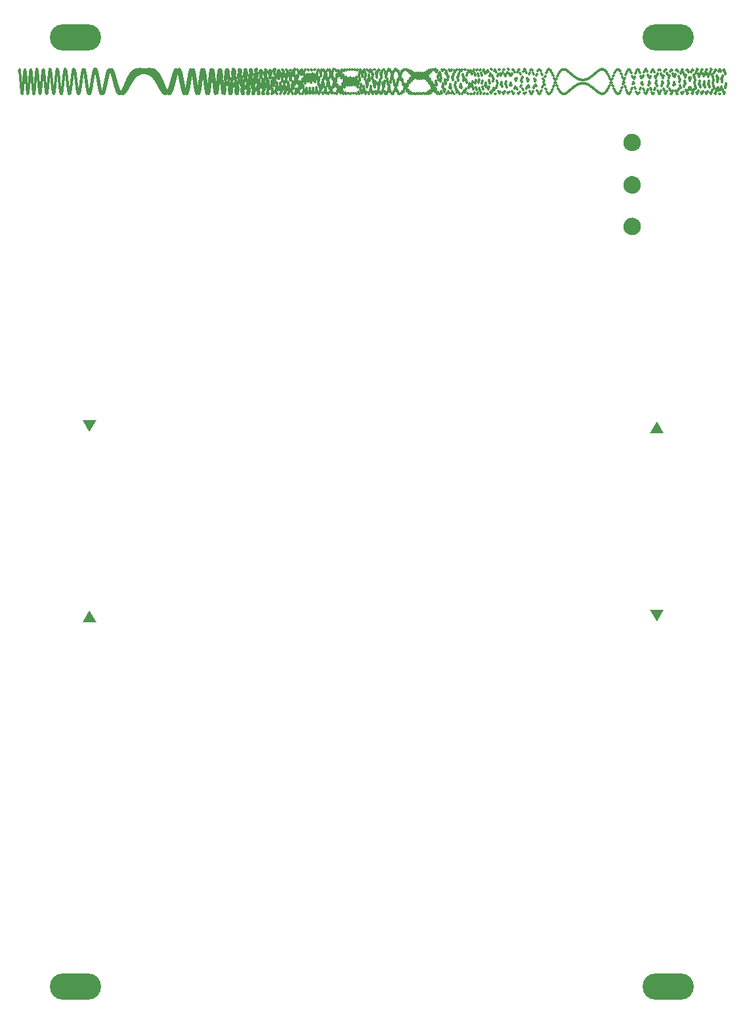
<source format=gts>
G04 Layer: TopSolderMaskLayer*
G04 EasyEDA v6.5.34, 2023-08-21 18:11:39*
G04 55fea8646dbd4ef485edb4a4bd6a11f4,5a6b42c53f6a479593ecc07194224c93,10*
G04 Gerber Generator version 0.2*
G04 Scale: 100 percent, Rotated: No, Reflected: No *
G04 Dimensions in millimeters *
G04 leading zeros omitted , absolute positions ,4 integer and 5 decimal *
%FSLAX45Y45*%
%MOMM*%

%ADD10C,0.3556*%
%ADD11O,6.6032126X3.4031936000000003*%

%LPD*%
G36*
X914400Y5183225D02*
G01*
X825500Y5030825D01*
X1003300Y5030825D01*
G37*
G36*
X825500Y7634325D02*
G01*
X914400Y7481925D01*
X1003300Y7634325D01*
G37*
G36*
X8233156Y7615834D02*
G01*
X8144256Y7463434D01*
X8322056Y7463434D01*
G37*
G36*
X8144256Y5190134D02*
G01*
X8233156Y5037734D01*
X8322056Y5190134D01*
G37*
G36*
X7912862Y10247274D02*
G01*
X7903209Y10246664D01*
X7893608Y10245191D01*
X7884159Y10242905D01*
X7874965Y10239857D01*
X7866075Y10235996D01*
X7857540Y10231374D01*
X7853425Y10228834D01*
X7845552Y10223144D01*
X7838236Y10216845D01*
X7831429Y10209885D01*
X7825282Y10202418D01*
X7819796Y10194391D01*
X7814970Y10185958D01*
X7810957Y10177170D01*
X7807655Y10168026D01*
X7805216Y10158679D01*
X7803540Y10149128D01*
X7802727Y10139426D01*
X7802727Y10129774D01*
X7803540Y10120071D01*
X7805216Y10110520D01*
X7807655Y10101173D01*
X7810957Y10092029D01*
X7814970Y10083241D01*
X7819796Y10074808D01*
X7825282Y10066782D01*
X7831429Y10059314D01*
X7838236Y10052354D01*
X7845552Y10046055D01*
X7853425Y10040366D01*
X7861757Y10035438D01*
X7870494Y10031171D01*
X7879537Y10027716D01*
X7888884Y10025024D01*
X7898384Y10023195D01*
X7908036Y10022128D01*
X7917738Y10021925D01*
X7927390Y10022535D01*
X7936992Y10024008D01*
X7946440Y10026294D01*
X7955635Y10029342D01*
X7964525Y10033203D01*
X7973059Y10037826D01*
X7977174Y10040366D01*
X7985048Y10046055D01*
X7992364Y10052354D01*
X7999171Y10059314D01*
X8005318Y10066782D01*
X8010804Y10074808D01*
X8015630Y10083241D01*
X8019643Y10092029D01*
X8022945Y10101173D01*
X8025384Y10110520D01*
X8027060Y10120071D01*
X8027873Y10129774D01*
X8028025Y10134600D01*
X8027568Y10144302D01*
X8026349Y10153904D01*
X8024266Y10163403D01*
X8021370Y10172649D01*
X8017713Y10181640D01*
X8013293Y10190226D01*
X8008162Y10198455D01*
X8002320Y10206228D01*
X7995869Y10213441D01*
X7988757Y10220045D01*
X7985048Y10223144D01*
X7977174Y10228834D01*
X7968843Y10233761D01*
X7960106Y10238028D01*
X7951063Y10241483D01*
X7941716Y10244175D01*
X7932216Y10246004D01*
X7922564Y10247071D01*
G37*
G36*
X7912862Y10782300D02*
G01*
X7903209Y10781690D01*
X7893608Y10780217D01*
X7884159Y10777931D01*
X7874965Y10774883D01*
X7866075Y10771022D01*
X7857540Y10766399D01*
X7849463Y10761065D01*
X7845552Y10758170D01*
X7838236Y10751820D01*
X7834731Y10748467D01*
X7828280Y10741253D01*
X7822438Y10733481D01*
X7817307Y10725251D01*
X7814970Y10720984D01*
X7810957Y10712196D01*
X7807655Y10703052D01*
X7805216Y10693704D01*
X7803540Y10684154D01*
X7802727Y10674451D01*
X7802727Y10664748D01*
X7803540Y10655096D01*
X7805216Y10645546D01*
X7807655Y10636199D01*
X7810957Y10627055D01*
X7814970Y10618216D01*
X7819796Y10609783D01*
X7825282Y10601807D01*
X7831429Y10594340D01*
X7838236Y10587380D01*
X7845552Y10581081D01*
X7853425Y10575391D01*
X7861757Y10570464D01*
X7870494Y10566196D01*
X7879537Y10562742D01*
X7888884Y10560050D01*
X7898384Y10558221D01*
X7908036Y10557154D01*
X7917738Y10556951D01*
X7927390Y10557560D01*
X7936992Y10559034D01*
X7946440Y10561320D01*
X7955635Y10564368D01*
X7964525Y10568228D01*
X7973059Y10572851D01*
X7977174Y10575391D01*
X7985048Y10581081D01*
X7992364Y10587380D01*
X7999171Y10594340D01*
X8005318Y10601807D01*
X8010804Y10609783D01*
X8015630Y10618216D01*
X8019643Y10627055D01*
X8022945Y10636199D01*
X8025384Y10645546D01*
X8027060Y10655096D01*
X8027873Y10664748D01*
X8028025Y10669625D01*
X8027568Y10679328D01*
X8026349Y10688929D01*
X8024266Y10698378D01*
X8022945Y10703052D01*
X8019643Y10712196D01*
X8015630Y10720984D01*
X8010804Y10729417D01*
X8005318Y10737443D01*
X7999171Y10744911D01*
X7995869Y10748467D01*
X7988757Y10755071D01*
X7985048Y10758170D01*
X7977174Y10763808D01*
X7968843Y10768787D01*
X7960106Y10773054D01*
X7951063Y10776508D01*
X7941716Y10779201D01*
X7932216Y10781030D01*
X7922564Y10782096D01*
G37*
G36*
X7912862Y11329974D02*
G01*
X7903209Y11329365D01*
X7898384Y11328755D01*
X7888884Y11326876D01*
X7884159Y11325656D01*
X7874965Y11322558D01*
X7866075Y11318697D01*
X7857540Y11314125D01*
X7849463Y11308791D01*
X7841843Y11302796D01*
X7834731Y11296142D01*
X7828280Y11288928D01*
X7822438Y11281206D01*
X7817307Y11272977D01*
X7814970Y11268710D01*
X7810957Y11259870D01*
X7807655Y11250777D01*
X7805216Y11241379D01*
X7803540Y11231829D01*
X7802727Y11222177D01*
X7802727Y11212474D01*
X7803540Y11202822D01*
X7804251Y11197996D01*
X7806334Y11188547D01*
X7807655Y11183874D01*
X7810957Y11174730D01*
X7814970Y11165941D01*
X7819796Y11157508D01*
X7825282Y11149533D01*
X7831429Y11142014D01*
X7838236Y11135106D01*
X7845552Y11128756D01*
X7853425Y11123117D01*
X7861757Y11118138D01*
X7870494Y11113922D01*
X7879537Y11110417D01*
X7888884Y11107775D01*
X7893608Y11106708D01*
X7903209Y11105286D01*
X7912862Y11104626D01*
X7917738Y11104626D01*
X7927390Y11105286D01*
X7936992Y11106708D01*
X7946440Y11108994D01*
X7951063Y11110417D01*
X7960106Y11113922D01*
X7968843Y11118138D01*
X7977174Y11123117D01*
X7985048Y11128756D01*
X7992364Y11135106D01*
X7999171Y11142014D01*
X8005318Y11149533D01*
X8010804Y11157508D01*
X8015630Y11165941D01*
X8019643Y11174730D01*
X8022945Y11183874D01*
X8025384Y11193272D01*
X8026349Y11197996D01*
X8027568Y11207648D01*
X8028025Y11217300D01*
X8027568Y11227003D01*
X8026349Y11236604D01*
X8024266Y11246104D01*
X8022945Y11250777D01*
X8019643Y11259870D01*
X8015630Y11268710D01*
X8010804Y11277142D01*
X8005318Y11285118D01*
X7999171Y11292586D01*
X7992364Y11299545D01*
X7985048Y11305844D01*
X7977174Y11311534D01*
X7968843Y11316512D01*
X7960106Y11320729D01*
X7951063Y11324183D01*
X7946440Y11325656D01*
X7936992Y11327892D01*
X7932216Y11328755D01*
X7922564Y11329771D01*
G37*
D10*
X254000Y12084850D02*
G01*
X262470Y11935414D01*
X1447800Y11979666D02*
G01*
X1456270Y12112396D01*
X9118600Y11922645D02*
G01*
X9127070Y11975528D01*
X9110129Y12135736D02*
G01*
X9118600Y12098053D01*
X9101670Y11843214D02*
G01*
X9110129Y11857111D01*
X9093200Y12147128D02*
G01*
X9101670Y12159978D01*
X9084729Y11902094D02*
G01*
X9093200Y11865744D01*
X9076270Y12031954D02*
G01*
X9084729Y12083211D01*
X9067800Y12046811D02*
G01*
X9076270Y11992513D01*
X9059329Y11890890D02*
G01*
X9067800Y11935848D01*
X9050870Y12152205D02*
G01*
X9059329Y12126650D01*
X9042400Y11844764D02*
G01*
X9050870Y11845373D01*
X9033929Y12129076D02*
G01*
X9042400Y12153272D01*
X9025470Y11931512D02*
G01*
X9033929Y11888198D01*
X9017000Y11998467D02*
G01*
X9025470Y12051078D01*
X9008529Y12076706D02*
G01*
X9017000Y12026546D01*
X9000070Y11870834D02*
G01*
X9008529Y11907553D01*
X8991600Y12158873D02*
G01*
X9000070Y12143475D01*
X8983129Y11851784D02*
G01*
X8991600Y11842755D01*
X8974670Y12111123D02*
G01*
X8983129Y12142335D01*
X8966200Y11955513D02*
G01*
X8974670Y11909107D01*
X8957729Y11974141D02*
G01*
X8966200Y12025609D01*
X8949270Y12096186D02*
G01*
X8957729Y12050674D01*
X8940800Y11859760D02*
G01*
X8949270Y11889729D01*
X8932329Y12160250D02*
G01*
X8940800Y12151946D01*
X8923870Y11859115D02*
G01*
X8932329Y11844276D01*
X8915400Y12097834D02*
G01*
X8923870Y12132437D01*
X8906929Y11971088D02*
G01*
X8915400Y11924146D01*
X8898470Y11959884D02*
G01*
X8906929Y12009338D01*
X8890000Y12106399D02*
G01*
X8898470Y12064608D01*
X8881529Y11854891D02*
G01*
X8890000Y11880601D01*
X8873070Y12159965D02*
G01*
X8881529Y12155332D01*
X8864600Y11863171D02*
G01*
X8873070Y11846054D01*
X8856129Y12092038D02*
G01*
X8864600Y12127179D01*
X8847670Y11976651D02*
G01*
X8856129Y11930694D01*
X8839200Y11955934D02*
G01*
X8847670Y12003465D01*
X8830729Y12108309D02*
G01*
X8839200Y12068553D01*
X8822270Y11854512D02*
G01*
X8830729Y11878835D01*
X8813800Y12159995D02*
G01*
X8822270Y12155617D01*
X8805329Y11862117D02*
G01*
X8813800Y11845975D01*
X8796870Y12095111D02*
G01*
X8805329Y12128400D01*
X8788400Y11971342D02*
G01*
X8796870Y11927469D01*
X8779929Y11962698D02*
G01*
X8788400Y12008718D01*
X8771470Y12101741D02*
G01*
X8779929Y12062233D01*
X8763000Y11858718D02*
G01*
X8771470Y11884441D01*
X8754529Y12160219D02*
G01*
X8763000Y12152845D01*
X8746070Y11856095D02*
G01*
X8754529Y11844027D01*
X8737600Y12107062D02*
G01*
X8746070Y12136089D01*
X8729129Y11954786D02*
G01*
X8737600Y11914299D01*
X8720670Y11981154D02*
G01*
X8729129Y12025647D01*
X8712200Y12085035D02*
G01*
X8720670Y12044530D01*
X8703729Y11869823D02*
G01*
X8712200Y11899216D01*
X8695270Y12157956D02*
G01*
X8703729Y12144672D01*
X8686800Y11847705D02*
G01*
X8695270Y11842800D01*
X8678329Y12125970D02*
G01*
X8686800Y12147941D01*
X8669870Y11927669D02*
G01*
X8678329Y11892668D01*
X8661400Y12012277D02*
G01*
X8669870Y12054128D01*
X8652929Y12055368D02*
G01*
X8661400Y12013839D01*
X8644470Y11892285D02*
G01*
X8652929Y11926526D01*
X8636000Y12147636D02*
G01*
X8644470Y12126267D01*
X8627529Y11842755D02*
G01*
X8636000Y11847921D01*
X8619070Y12146775D02*
G01*
X8627529Y12158395D01*
X8610600Y11893265D02*
G01*
X8619070Y11867014D01*
X8602129Y12055393D02*
G01*
X8610600Y12091807D01*
X8593670Y12010341D02*
G01*
X8602129Y11969737D01*
X8585200Y11931581D02*
G01*
X8593670Y11969879D01*
X8576729Y12121250D02*
G01*
X8585200Y12091230D01*
X8568270Y11850781D02*
G01*
X8576729Y11867995D01*
X8559800Y12159797D02*
G01*
X8568270Y12157819D01*
X8551329Y11859877D02*
G01*
X8559800Y11846562D01*
X8542870Y12105058D02*
G01*
X8551329Y12131377D01*
X8534400Y11951388D02*
G01*
X8542870Y11916227D01*
X8525929Y11990951D02*
G01*
X8534400Y12029567D01*
X8517470Y12070885D02*
G01*
X8525929Y12034545D01*
X8509000Y11883684D02*
G01*
X8517470Y11912483D01*
X8500529Y12150488D02*
G01*
X8509000Y12133249D01*
X8492070Y11842810D02*
G01*
X8500529Y11846234D01*
X8483600Y12147339D02*
G01*
X8492070Y12157961D01*
X8475129Y11888911D02*
G01*
X8483600Y11865985D01*
X8466670Y12065347D02*
G01*
X8475129Y12097171D01*
X8458200Y11994934D02*
G01*
X8466670Y11958749D01*
X8449729Y11950171D02*
G01*
X8458200Y11985724D01*
X8441270Y12103508D02*
G01*
X8449729Y12073371D01*
X8432800Y11862661D02*
G01*
X8441270Y11883491D01*
X8424329Y12158662D02*
G01*
X8432800Y12149714D01*
X8415870Y11846613D02*
G01*
X8424329Y11842750D01*
X8407400Y12134131D02*
G01*
X8415870Y12150054D01*
X8398929Y11907944D02*
G01*
X8407400Y11882213D01*
X8390470Y12044387D02*
G01*
X8398929Y12076473D01*
X8382000Y12014360D02*
G01*
X8390470Y11980044D01*
X8373529Y11934786D02*
G01*
X8382000Y11967065D01*
X8365070Y12113623D02*
G01*
X8373529Y12087280D01*
X8356600Y11857738D02*
G01*
X8365070Y11875101D01*
X8348129Y12159587D02*
G01*
X8356600Y12153074D01*
X8339670Y11847791D02*
G01*
X8348129Y11842904D01*
X8331200Y12132970D02*
G01*
X8339670Y12148449D01*
X8322729Y11907243D02*
G01*
X8331200Y11883186D01*
X8314270Y12048058D02*
G01*
X8322729Y12077793D01*
X8305800Y12007565D02*
G01*
X8314270Y11975609D01*
X8297329Y11943803D02*
G01*
X8305800Y11974395D01*
X8288870Y12104204D02*
G01*
X8297329Y12078276D01*
X8280400Y11865155D02*
G01*
X8288870Y11883720D01*
X8271929Y12156747D02*
G01*
X8280400Y12147344D01*
X8263470Y11843791D02*
G01*
X8271929Y11843245D01*
X8255000Y12145299D02*
G01*
X8263470Y12155500D01*
X8246529Y11886232D02*
G01*
X8255000Y11867642D01*
X8238070Y12076795D02*
G01*
X8246529Y12101705D01*
X8229600Y11973402D02*
G01*
X8238070Y11944802D01*
X8221129Y11979963D02*
G01*
X8229600Y12009363D01*
X8212670Y12070245D02*
G01*
X8221129Y12042899D01*
X8204200Y11892434D02*
G01*
X8212670Y11915167D01*
X8195729Y12140344D02*
G01*
X8204200Y12124245D01*
X8187270Y11845955D02*
G01*
X8195729Y11854091D01*
X8178800Y12159432D02*
G01*
X8187270Y12159790D01*
X8170329Y11855394D02*
G01*
X8178800Y11846786D01*
X8161870Y12122924D02*
G01*
X8170329Y12138812D01*
X8153400Y11915155D02*
G01*
X8161870Y11893562D01*
X8144929Y12045627D02*
G01*
X8153400Y12070915D01*
X8136470Y12002988D02*
G01*
X8144929Y11976229D01*
X8128000Y11954873D02*
G01*
X8136470Y11980837D01*
X8119529Y12089091D02*
G01*
X8128000Y12066015D01*
X8111070Y11880316D02*
G01*
X8119529Y11898729D01*
X8102600Y12146409D02*
G01*
X8111070Y12133994D01*
X8094129Y11844337D02*
G01*
X8102600Y11849955D01*
X8085670Y12158799D02*
G01*
X8094129Y12160206D01*
X8077200Y11855889D02*
G01*
X8085670Y11847766D01*
X8068729Y12124766D02*
G01*
X8077200Y12138817D01*
X8060270Y11909318D02*
G01*
X8068729Y11890535D01*
X8051800Y12056300D02*
G01*
X8060270Y12078337D01*
X8043329Y11987578D02*
G01*
X8051800Y11963928D01*
X8034870Y11973961D02*
G01*
X8043329Y11997550D01*
X8026400Y12068268D02*
G01*
X8034870Y12046315D01*
X8017929Y11900291D02*
G01*
X8026400Y11919191D01*
X8009470Y12130260D02*
G01*
X8017929Y12115538D01*
X8001000Y11853638D02*
G01*
X8009470Y11863382D01*
X7992529Y12159053D02*
G01*
X8001000Y12154743D01*
X7984070Y11843971D02*
G01*
X7992529Y11842767D01*
X7975600Y12149571D02*
G01*
X7984070Y12156033D01*
X7967129Y11871467D02*
G01*
X7975600Y11860298D01*
X7958670Y12106214D02*
G01*
X7967129Y12121281D01*
X7950200Y11927725D02*
G01*
X7958670Y11909734D01*
X7941729Y12040615D02*
G01*
X7950200Y12060430D01*
X7933270Y11998772D02*
G01*
X7941729Y11978264D01*
X7924800Y11968093D02*
G01*
X7933270Y11988185D01*
X7916329Y12068919D02*
G01*
X7924800Y12050260D01*
X7907870Y11903849D02*
G01*
X7916329Y11920176D01*
X7899400Y12124245D02*
G01*
X7907870Y12110956D01*
X7890929Y11859834D02*
G01*
X7899400Y11869557D01*
X7882470Y12155233D02*
G01*
X7890929Y12149399D01*
X7874000Y11842866D02*
G01*
X7882470Y11844703D01*
X7865529Y12157905D02*
G01*
X7874000Y12160008D01*
X7857070Y11854073D02*
G01*
X7865529Y11848299D01*
X7848600Y12133821D02*
G01*
X7857070Y12142881D01*
X7840129Y11889536D02*
G01*
X7848600Y11877713D01*
X7831670Y12088873D02*
G01*
X7840129Y12102876D01*
X7823200Y11941789D02*
G01*
X7831670Y11926255D01*
X7814729Y12031657D02*
G01*
X7823200Y12048058D01*
X7806270Y12001606D02*
G01*
X7814729Y11984987D01*
X7797800Y11971566D02*
G01*
X7806270Y11987794D01*
X7789329Y12059785D02*
G01*
X7797800Y12044512D01*
X7780870Y11917250D02*
G01*
X7789329Y11931091D01*
X7772400Y12108555D02*
G01*
X7780870Y12096544D01*
X7763929Y11875386D02*
G01*
X7772400Y11885272D01*
X7755470Y12142482D02*
G01*
X7763929Y12134936D01*
X7747000Y11850093D02*
G01*
X7755470Y11855195D01*
X7738529Y12158786D02*
G01*
X7747000Y12156163D01*
X7730070Y11842823D02*
G01*
X7738529Y11843029D01*
X7721600Y12157247D02*
G01*
X7730070Y12159350D01*
X7713129Y11852691D02*
G01*
X7721600Y11848467D01*
X7704670Y12139742D02*
G01*
X7713129Y12145868D01*
X7696200Y11876986D02*
G01*
X7704670Y11869221D01*
X7687729Y12109617D02*
G01*
X7696200Y12118738D01*
X7679270Y11911906D02*
G01*
X7687729Y11901716D01*
X7670800Y12070984D02*
G01*
X7679270Y12081941D01*
X7662329Y11953173D02*
G01*
X7670800Y11941733D01*
X7653870Y12028121D02*
G01*
X7662329Y12039780D01*
X7645400Y11996638D02*
G01*
X7653870Y11985023D01*
X7636929Y11984967D02*
G01*
X7645400Y11996315D01*
X7628470Y12038670D02*
G01*
X7636929Y12027786D01*
X7620000Y11944771D02*
G01*
X7628470Y11955028D01*
X7611529Y12076429D02*
G01*
X7620000Y12066935D01*
X7603070Y11909953D02*
G01*
X7611529Y11918571D01*
X7594600Y12107936D02*
G01*
X7603070Y12100265D01*
X7586129Y11882020D02*
G01*
X7594600Y11888693D01*
X7577670Y12132109D02*
G01*
X7586129Y12126460D01*
X7569200Y11861688D02*
G01*
X7577670Y11866313D01*
X7560729Y12148609D02*
G01*
X7569200Y12144994D01*
X7552270Y11848939D02*
G01*
X7560729Y11851586D01*
X7543800Y12157737D02*
G01*
X7552270Y12156015D01*
X7535329Y11843245D02*
G01*
X7543800Y11844101D01*
X7526870Y12160224D02*
G01*
X7535329Y12160163D01*
X7518400Y11843705D02*
G01*
X7526870Y11843047D01*
X7509929Y12157092D02*
G01*
X7518400Y12158395D01*
X7501470Y11849224D02*
G01*
X7509929Y11847357D01*
X7493000Y12149498D02*
G01*
X7501470Y12151847D01*
X7484529Y11858612D02*
G01*
X7493000Y11855846D01*
X7476070Y12138606D02*
G01*
X7484529Y12141708D01*
X7467600Y11870710D02*
G01*
X7476070Y11867354D01*
X7459129Y12125548D02*
G01*
X7467600Y12129101D01*
X7450670Y11884477D02*
G01*
X7459129Y11880789D01*
X7442200Y12111316D02*
G01*
X7450670Y12115081D01*
X7433729Y11898975D02*
G01*
X7442200Y11895180D01*
X7425270Y12096750D02*
G01*
X7433729Y12100519D01*
X7416800Y11913438D02*
G01*
X7425270Y11909722D01*
X7408329Y12082543D02*
G01*
X7416800Y12086158D01*
X7399870Y11927253D02*
G01*
X7408329Y11923763D01*
X7391400Y12069229D02*
G01*
X7399870Y12072571D01*
X7382929Y11939953D02*
G01*
X7391400Y11936790D01*
X7374470Y12057222D02*
G01*
X7382929Y12060194D01*
X7366000Y11951195D02*
G01*
X7374470Y11948436D01*
X7357529Y12046805D02*
G01*
X7366000Y12049348D01*
X7349070Y11960733D02*
G01*
X7357529Y11958426D01*
X7340600Y12038185D02*
G01*
X7349070Y12040250D01*
X7332129Y11968411D02*
G01*
X7340600Y11966592D01*
X7323670Y12031482D02*
G01*
X7332129Y12033051D01*
X7315200Y11974121D02*
G01*
X7323670Y11972808D01*
X7306729Y12026783D02*
G01*
X7315200Y12027837D01*
X7298270Y11977799D02*
G01*
X7306729Y11977004D01*
X7289800Y12024133D02*
G01*
X7298270Y12024667D01*
X7281329Y11979412D02*
G01*
X7289800Y11979137D01*
X7272870Y12023564D02*
G01*
X7281329Y12023575D01*
X7264400Y11978934D02*
G01*
X7272870Y11979188D01*
X7255929Y12025088D02*
G01*
X7264400Y12024580D01*
X7247470Y11976361D02*
G01*
X7255929Y11977128D01*
X7239000Y12028711D02*
G01*
X7247470Y12027682D01*
X7230529Y11971690D02*
G01*
X7239000Y11972980D01*
X7222070Y12034415D02*
G01*
X7230529Y12032871D01*
X7213600Y11964962D02*
G01*
X7222070Y11966755D01*
X7205129Y12042155D02*
G01*
X7213600Y12040120D01*
X7196670Y11956237D02*
G01*
X7205129Y11958513D01*
X7188200Y12051847D02*
G01*
X7196670Y12049340D01*
X7179729Y11945620D02*
G01*
X7188200Y11948337D01*
X7171270Y12063338D02*
G01*
X7179729Y12060417D01*
X7162800Y11933306D02*
G01*
X7171270Y11936417D01*
X7154329Y12076391D02*
G01*
X7162800Y12073117D01*
X7145870Y11919600D02*
G01*
X7154329Y11923019D01*
X7137400Y12090648D02*
G01*
X7145870Y12087125D01*
X7128929Y11904929D02*
G01*
X7137400Y11908525D01*
X7120470Y12105591D02*
G01*
X7128929Y12101959D01*
X7112000Y11889884D02*
G01*
X7120470Y11893499D01*
X7103529Y12120549D02*
G01*
X7112000Y12116991D01*
X7095070Y11875244D02*
G01*
X7103529Y11878680D01*
X7086600Y12134626D02*
G01*
X7095070Y12131377D01*
X7078129Y11861985D02*
G01*
X7086600Y11864987D01*
X7069670Y12146762D02*
G01*
X7078129Y12144095D01*
X7061200Y11851289D02*
G01*
X7069670Y11853552D01*
X7052729Y12155698D02*
G01*
X7061200Y12153917D01*
X7044270Y11844467D02*
G01*
X7052729Y11845670D01*
X7035800Y12160044D02*
G01*
X7044270Y12159493D01*
X7027329Y11842943D02*
G01*
X7035800Y11842750D01*
X7018870Y12158400D02*
G01*
X7027329Y12159411D01*
X7010400Y11848076D02*
G01*
X7018870Y11846179D01*
X7001929Y12149472D02*
G01*
X7010400Y12152325D01*
X6993470Y11861050D02*
G01*
X7001929Y11857197D01*
X6985000Y12132269D02*
G01*
X6993470Y12137151D01*
X6976529Y11882610D02*
G01*
X6985000Y11876689D01*
X6968070Y12106318D02*
G01*
X6976529Y12113270D01*
X6959600Y11912866D02*
G01*
X6968070Y11904929D01*
X6951129Y12071964D02*
G01*
X6959600Y12080806D01*
X6942670Y11950992D02*
G01*
X6951129Y11941342D01*
X6934200Y12030547D02*
G01*
X6942670Y12040859D01*
X6925729Y11995063D02*
G01*
X6934200Y11984266D01*
X6917270Y11984614D02*
G01*
X6925729Y11995678D01*
X6908800Y12041906D02*
G01*
X6917270Y12030831D01*
X6900329Y11937944D02*
G01*
X6908800Y11948759D01*
X6891870Y12087174D02*
G01*
X6900329Y12076943D01*
X6883400Y11895404D02*
G01*
X6891870Y11904736D01*
X6874929Y12125617D02*
G01*
X6883400Y12117504D01*
X6866470Y11862475D02*
G01*
X6874929Y11869036D01*
X6858000Y12151641D02*
G01*
X6866470Y12146948D01*
X6849529Y11844629D02*
G01*
X6858000Y11847189D01*
X6841070Y12160194D02*
G01*
X6849529Y12159983D01*
X6832600Y11846265D02*
G01*
X6841070Y11843976D01*
X6824129Y12147786D02*
G01*
X6832600Y12152647D01*
X6815670Y11869656D02*
G01*
X6824129Y11862259D01*
X6807200Y12113640D02*
G01*
X6815670Y12123440D01*
X6798729Y11913834D02*
G01*
X6807200Y11901909D01*
X6790270Y12060654D02*
G01*
X6798729Y12074331D01*
X6781800Y11973880D02*
G01*
X6790270Y11958960D01*
X6773329Y11995795D02*
G01*
X6781800Y12011360D01*
X6764870Y12040859D02*
G01*
X6773329Y12025350D01*
X6756400Y11929752D02*
G01*
X6764870Y11944456D01*
X6747929Y12102703D02*
G01*
X6756400Y12089582D01*
X6739470Y11875455D02*
G01*
X6747929Y11886232D01*
X6731000Y12146224D02*
G01*
X6739470Y12138477D01*
X6722529Y11845602D02*
G01*
X6731000Y11849737D01*
X6714070Y12160069D02*
G01*
X6722529Y12159945D01*
X6705600Y11849354D02*
G01*
X6714070Y11845262D01*
X6697129Y12138080D02*
G01*
X6705600Y12146333D01*
X6688670Y11889104D02*
G01*
X6697129Y11877017D01*
X6680200Y12082233D02*
G01*
X6688670Y12097550D01*
X6671729Y11958172D02*
G01*
X6680200Y11940491D01*
X6663270Y12003956D02*
G01*
X6671729Y12022881D01*
X6654800Y12040679D02*
G01*
X6663270Y12021784D01*
X6646329Y11922869D02*
G01*
X6654800Y11940374D01*
X6637870Y12114372D02*
G01*
X6646329Y12099620D01*
X6629400Y11862432D02*
G01*
X6637870Y11873179D01*
X6620929Y12156330D02*
G01*
X6629400Y12150600D01*
X6612470Y11843054D02*
G01*
X6620929Y11843115D01*
X6604000Y12150600D02*
G01*
X6612470Y12156447D01*
X6595529Y11874444D02*
G01*
X6604000Y11862953D01*
X6587070Y12095213D02*
G01*
X6595529Y12111553D01*
X6578600Y11949899D02*
G01*
X6587070Y11930001D01*
X6570129Y12005729D02*
G01*
X6578600Y12027494D01*
X6561670Y12045632D02*
G01*
X6570129Y12024004D01*
X6553200Y11912638D02*
G01*
X6561670Y11932020D01*
X6544729Y12126882D02*
G01*
X6553200Y12111751D01*
X6536270Y11851835D02*
G01*
X6544729Y11861004D01*
X6527800Y12160232D02*
G01*
X6536270Y12158184D01*
X6519329Y11850463D02*
G01*
X6527800Y11844914D01*
X6510870Y12128314D02*
G01*
X6519329Y12141113D01*
X6502400Y11913331D02*
G01*
X6510870Y11894479D01*
X6493929Y12040504D02*
G01*
X6502400Y12063455D01*
X6485470Y12016773D02*
G01*
X6493929Y11992310D01*
X6477000Y11933156D02*
G01*
X6485470Y11956244D01*
X6468529Y12115137D02*
G01*
X6477000Y12096328D01*
X6460070Y11856298D02*
G01*
X6468529Y11868317D01*
X6451600Y12160008D02*
G01*
X6460070Y12156554D01*
X6443129Y11850303D02*
G01*
X6451600Y11844467D01*
X6434670Y12125058D02*
G01*
X6443129Y12139686D01*
X6426200Y11922787D02*
G01*
X6434670Y11901109D01*
X6417729Y12023885D02*
G01*
X6426200Y12049770D01*
X6409270Y12039229D02*
G01*
X6417729Y12012736D01*
X6400800Y11908556D02*
G01*
X6409270Y11931774D01*
X6392329Y12136368D02*
G01*
X6400800Y12120003D01*
X6383870Y11844827D02*
G01*
X6392329Y11851617D01*
X6375400Y12155848D02*
G01*
X6383870Y12159957D01*
X6366929Y11873997D02*
G01*
X6375400Y11859313D01*
X6358470Y12081253D02*
G01*
X6366929Y12104408D01*
X6350000Y11983138D02*
G01*
X6358470Y11955114D01*
X6341529Y11954786D02*
G01*
X6350000Y11983057D01*
X6333070Y12105866D02*
G01*
X6341529Y12082238D01*
X6324600Y11857230D02*
G01*
X6333070Y11871926D01*
X6316129Y12160250D02*
G01*
X6324600Y12157379D01*
X6307670Y11857067D02*
G01*
X6316129Y11847271D01*
X6299200Y12104644D02*
G01*
X6307670Y12125622D01*
X6290729Y11959536D02*
G01*
X6299200Y11931086D01*
X6282270Y11973638D02*
G01*
X6290729Y12004240D01*
X6273800Y12094331D02*
G01*
X6282270Y12067573D01*
X6265329Y11861713D02*
G01*
X6273800Y11879138D01*
X6256870Y12160138D02*
G01*
X6265329Y12155858D01*
X6248400Y11856788D02*
G01*
X6256870Y11846699D01*
X6239929Y12101563D02*
G01*
X6248400Y12124240D01*
X6231470Y11968007D02*
G01*
X6239929Y11937337D01*
X6223000Y11960529D02*
G01*
X6231470Y11992632D01*
X6214529Y12108413D02*
G01*
X6223000Y12082053D01*
X6206070Y11852361D02*
G01*
X6214529Y11866834D01*
X6197600Y12158769D02*
G01*
X6206070Y12159823D01*
X6189129Y11872986D02*
G01*
X6197600Y11856280D01*
X6180670Y12070308D02*
G01*
X6189129Y12099030D01*
X6172200Y12009592D02*
G01*
X6180670Y11975597D01*
X6163729Y11917895D02*
G01*
X6172200Y11948845D01*
X6155270Y12140184D02*
G01*
X6163729Y12120178D01*
X6146800Y11842750D02*
G01*
X6155270Y11846433D01*
X6138329Y12139221D02*
G01*
X6146800Y12153198D01*
X6129870Y11921337D02*
G01*
X6138329Y11893016D01*
X6121400Y12002157D02*
G01*
X6129870Y12037504D01*
X6112929Y12081129D02*
G01*
X6121400Y12048281D01*
X6104470Y11863064D02*
G01*
X6112929Y11884197D01*
X6096000Y12160194D02*
G01*
X6104470Y12157001D01*
X6087529Y11867796D02*
G01*
X6096000Y11851746D01*
X6079070Y12071182D02*
G01*
X6087529Y12102205D01*
X6070600Y12016867D02*
G01*
X6079070Y11979747D01*
X6062129Y11905089D02*
G01*
X6070600Y11937255D01*
X6053670Y12150186D02*
G01*
X6062129Y12132909D01*
X6045200Y11846123D02*
G01*
X6053670Y11842836D01*
X6036729Y12114875D02*
G01*
X6045200Y12138111D01*
X6028270Y11966519D02*
G01*
X6036729Y11930359D01*
X6019800Y11946247D02*
G01*
X6028270Y11983857D01*
X6011329Y12129472D02*
G01*
X6019800Y12102777D01*
X6002870Y11842922D02*
G01*
X6011329Y11849564D01*
X5994400Y12137318D02*
G01*
X6002870Y12153379D01*
X5985929Y11935142D02*
G01*
X5994400Y11901457D01*
X5977470Y11974865D02*
G01*
X5985929Y12014758D01*
X5969000Y12112327D02*
G01*
X5977470Y12080242D01*
X5960529Y11845589D02*
G01*
X5969000Y11858190D01*
X5952070Y12146211D02*
G01*
X5960529Y12158047D01*
X5943600Y11921319D02*
G01*
X5952070Y11888942D01*
X5935129Y11986821D02*
G01*
X5943600Y12027992D01*
X5926670Y12106064D02*
G01*
X5935129Y12071586D01*
X5918200Y11846600D02*
G01*
X5926670Y11860999D01*
X5909729Y12146793D02*
G01*
X5918200Y12158477D01*
X5901270Y11923148D02*
G01*
X5909729Y11889531D01*
X5892800Y11981197D02*
G01*
X5901270Y12023656D01*
X5884329Y12112823D02*
G01*
X5892800Y12078624D01*
X5875870Y11844307D02*
G01*
X5884329Y11856013D01*
X5867400Y12139444D02*
G01*
X5875870Y12155525D01*
X5858929Y11941045D02*
G01*
X5867400Y11903496D01*
X5850470Y11958203D02*
G01*
X5858929Y12001505D01*
X5842000Y12130415D02*
G01*
X5850470Y12100062D01*
X5833529Y11842973D02*
G01*
X5842000Y11846806D01*
X5825070Y12119434D02*
G01*
X5833529Y12144281D01*
X5816600Y11977415D02*
G01*
X5825070Y11934601D01*
X5808129Y11920253D02*
G01*
X5816600Y11961761D01*
X5799670Y12151197D02*
G01*
X5808129Y12130217D01*
X5791200Y11852889D02*
G01*
X5799670Y11843158D01*
X5782729Y12078754D02*
G01*
X5791200Y12115081D01*
X5774270Y12032978D02*
G01*
X5782729Y11987062D01*
X5765800Y11875975D02*
G01*
X5774270Y11909300D01*
X5757329Y12159983D02*
G01*
X5765800Y12155858D01*
X5748870Y11888607D02*
G01*
X5757329Y11860999D01*
X5740400Y12011812D02*
G01*
X5748870Y12057725D01*
X5731929Y12099546D02*
G01*
X5740400Y12058469D01*
X5723470Y11845030D02*
G01*
X5731929Y11859963D01*
X5715000Y12135142D02*
G01*
X5723470Y12154570D01*
X5706529Y11961274D02*
G01*
X5715000Y11917225D01*
X5698070Y11926379D02*
G01*
X5706529Y11971845D01*
X5689600Y12151984D02*
G01*
X5698070Y12129703D01*
X5681129Y11857476D02*
G01*
X5689600Y11844009D01*
X5672670Y12059450D02*
G01*
X5681129Y12101741D01*
X5664200Y12062426D02*
G01*
X5672670Y12014596D01*
X5655729Y11855566D02*
G01*
X5664200Y11881899D01*
X5647270Y12149378D02*
G01*
X5655729Y12159983D01*
X5638800Y11937187D02*
G01*
X5647270Y11895261D01*
X5630329Y11944233D02*
G01*
X5638800Y11993346D01*
X5621870Y12147034D02*
G01*
X5630329Y12119775D01*
X5613400Y11854340D02*
G01*
X5621870Y11843072D01*
X5604929Y12061291D02*
G01*
X5613400Y12104804D01*
X5596470Y12066036D02*
G01*
X5604929Y12016506D01*
X5588000Y11851982D02*
G01*
X5596470Y11876900D01*
X5579529Y12142937D02*
G01*
X5588000Y12158601D01*
X5571070Y11957540D02*
G01*
X5579529Y11910651D01*
X5562600Y11919483D02*
G01*
X5571070Y11967994D01*
X5554129Y12157092D02*
G01*
X5562600Y12138347D01*
X5545670Y11873527D02*
G01*
X5554129Y11849831D01*
X5537200Y12017349D02*
G01*
X5545670Y12068398D01*
X5528729Y12108804D02*
G01*
X5537200Y12064156D01*
X5520270Y11842780D02*
G01*
X5528729Y11850794D01*
X5511800Y12103844D02*
G01*
X5520270Y12138433D01*
X5503329Y12026130D02*
G01*
X5511800Y11972223D01*
X5494870Y11866481D02*
G01*
X5503329Y11902412D01*
X5486400Y12152584D02*
G01*
X5494870Y12160163D01*
X5477929Y11941403D02*
G01*
X5486400Y11895137D01*
X5469470Y11927197D02*
G01*
X5477929Y11979412D01*
X5461000Y12156968D02*
G01*
X5469470Y12136610D01*
X5444070Y12001505D02*
G01*
X5452529Y12056275D01*
X5435600Y12125281D02*
G01*
X5444070Y12083188D01*
X5427129Y11846664D02*
G01*
X5435600Y11844144D01*
X5418670Y12069757D02*
G01*
X5427129Y12115528D01*
X5410200Y12072566D02*
G01*
X5418670Y12018248D01*
X5401729Y11845709D02*
G01*
X5410200Y11866438D01*
X5393270Y12120338D02*
G01*
X5401729Y12149886D01*
X5384800Y12013704D02*
G01*
X5393270Y11956689D01*
X5376329Y11867517D02*
G01*
X5384800Y11906697D01*
X5367870Y12149714D02*
G01*
X5376329Y12160250D01*
X5359400Y11959579D02*
G01*
X5367870Y11907334D01*
X5350929Y11902318D02*
G01*
X5359400Y11953750D01*
X5342470Y12160044D02*
G01*
X5350929Y12152195D01*
X5334000Y11916067D02*
G01*
X5342470Y11873240D01*
X5325529Y11941411D02*
G01*
X5334000Y11999236D01*
X5317070Y12156381D02*
G01*
X5325529Y12132810D01*
X5308600Y11884781D02*
G01*
X5317070Y11853367D01*
X5300129Y11978581D02*
G01*
X5308600Y12038266D01*
X5291670Y12144430D02*
G01*
X5300129Y12108601D01*
X5283200Y11864558D02*
G01*
X5291670Y11844505D01*
X5274729Y12010237D02*
G01*
X5283200Y12068868D01*
X5266270Y12129244D02*
G01*
X5274729Y12084527D01*
X5257800Y11852894D02*
G01*
X5266270Y11842805D01*
X5249329Y12034824D02*
G01*
X5257800Y12091045D01*
X5240870Y12114629D02*
G01*
X5249329Y12063884D01*
X5232400Y11847004D02*
G01*
X5240870Y11844746D01*
X5223929Y12052094D02*
G01*
X5232400Y12105792D01*
X5215470Y12103155D02*
G01*
X5223929Y12048561D01*
X5207000Y11844492D02*
G01*
X5215470Y11847573D01*
X5198529Y12062371D02*
G01*
X5207000Y12114324D01*
X5190070Y12096353D02*
G01*
X5198529Y12039518D01*
X5181600Y11843679D02*
G01*
X5190070Y11849460D01*
X5173129Y12066066D02*
G01*
X5181600Y12117616D01*
X5164670Y12094982D02*
G01*
X5173129Y12037156D01*
X5156200Y11843748D02*
G01*
X5164670Y11849491D01*
X5147729Y12063361D02*
G01*
X5156200Y12116092D01*
X5139270Y12099193D02*
G01*
X5147729Y12041571D01*
X5130800Y11844784D02*
G01*
X5139270Y11847649D01*
X5122329Y12054098D02*
G01*
X5130800Y12109531D01*
X5113870Y12108555D02*
G01*
X5122329Y12052622D01*
X5105400Y11847766D02*
G01*
X5113870Y11844820D01*
X5096929Y12037857D02*
G01*
X5105400Y12097115D01*
X5088470Y12121956D02*
G01*
X5096929Y12069787D01*
X5080000Y11854555D02*
G01*
X5088470Y11842818D01*
X5071529Y12014225D02*
G01*
X5080000Y12077618D01*
X5063070Y12137354D02*
G01*
X5071529Y12091880D01*
X5054600Y11867715D02*
G01*
X5063070Y11844431D01*
X5046129Y11983305D02*
G01*
X5054600Y12049856D01*
X5037670Y12151481D02*
G01*
X5046129Y12116600D01*
X5029200Y11890120D02*
G01*
X5037670Y11853255D01*
X5020729Y11946420D02*
G01*
X5029200Y12013331D01*
X5012270Y12159747D02*
G01*
X5020729Y12140046D01*
X5003800Y11924202D02*
G01*
X5012270Y11873260D01*
X4995329Y11906920D02*
G01*
X5003800Y11969211D01*
X4986870Y12156455D02*
G01*
X4995329Y12156567D01*
X4978400Y11970748D02*
G01*
X4986870Y11907799D01*
X4969929Y11870847D02*
G01*
X4978400Y11921418D01*
X4961470Y12135792D02*
G01*
X4969929Y12159046D01*
X4953000Y12027296D02*
G01*
X4961470Y11957979D01*
X4944529Y11846966D02*
G01*
X4953000Y11877408D01*
X4936070Y12093785D02*
G01*
X4944529Y12140313D01*
X4927600Y12086643D02*
G01*
X4936070Y12020610D01*
X4919129Y11845508D02*
G01*
X4927600Y11848089D01*
X4910670Y12031124D02*
G01*
X4919129Y12095800D01*
X4902200Y12136244D02*
G01*
X4910670Y12086338D01*
X4893729Y11875046D02*
G01*
X4902200Y11845851D01*
X4885270Y11956138D02*
G01*
X4893729Y12027265D01*
X4876800Y12159914D02*
G01*
X4885270Y12139345D01*
X4868329Y11937616D02*
G01*
X4876800Y11880166D01*
X4859870Y11886283D02*
G01*
X4868329Y11946333D01*
X4851400Y12142843D02*
G01*
X4859870Y12160237D01*
X4842929Y12023364D02*
G01*
X4851400Y11951251D01*
X4834470Y11845645D02*
G01*
X4842929Y11875411D01*
X4826000Y12079803D02*
G01*
X4834470Y12133249D01*
X4817529Y12108017D02*
G01*
X4826000Y12043971D01*
X4809070Y11856615D02*
G01*
X4817529Y11842910D01*
X4800600Y11983821D02*
G01*
X4809070Y12056833D01*
X4792129Y12157303D02*
G01*
X4800600Y12126719D01*
X4783670Y11926470D02*
G01*
X4792129Y11871195D01*
X4775200Y11889389D02*
G01*
X4783670Y11952759D01*
X4766729Y12141212D02*
G01*
X4775200Y12160211D01*
X4758270Y12034652D02*
G01*
X4766729Y11959983D01*
X4749800Y11843128D02*
G01*
X4758270Y11865780D01*
X4741329Y12054928D02*
G01*
X4749800Y12117697D01*
X4732870Y12131390D02*
G01*
X4741329Y12074649D01*
X4724400Y11879473D02*
G01*
X4732870Y11846346D01*
X4715929Y11934626D02*
G01*
X4724400Y12009028D01*
X4707470Y12157664D02*
G01*
X4715929Y12153013D01*
X4699000Y11990641D02*
G01*
X4707470Y11918025D01*
X4690529Y11850438D02*
G01*
X4699000Y11890809D01*
X4682070Y12084687D02*
G01*
X4690529Y12138378D01*
X4673600Y12113734D02*
G01*
X4682070Y12047761D01*
X4665129Y11866686D02*
G01*
X4673600Y11843085D01*
X4656670Y11949689D02*
G01*
X4665129Y12026793D01*
X4648200Y12159226D02*
G01*
X4656670Y12148908D01*
X4639729Y11985630D02*
G01*
X4648200Y11912450D01*
X4631270Y11850260D02*
G01*
X4639729Y11891540D01*
X4622800Y12079343D02*
G01*
X4631270Y12135998D01*
X4614329Y12121784D02*
G01*
X4622800Y12057428D01*
X4605870Y11876702D02*
G01*
X4614329Y11844909D01*
X4597400Y11928505D02*
G01*
X4605870Y12005431D01*
X4588929Y12153417D02*
G01*
X4597400Y12156777D01*
X4580470Y12019899D02*
G01*
X4588929Y11941243D01*
X4572000Y11843011D02*
G01*
X4580470Y11867337D01*
X4563529Y12036953D02*
G01*
X4572000Y12107788D01*
X4555070Y12148431D02*
G01*
X4563529Y12100420D01*
X4546600Y11919031D02*
G01*
X4555070Y11863207D01*
X4538129Y11879994D02*
G01*
X4546600Y11945726D01*
X4529670Y12120450D02*
G01*
X4538129Y12156770D01*
X4521200Y12088644D02*
G01*
X4529670Y12011906D01*
X4512729Y11858104D02*
G01*
X4521200Y11843176D01*
X4504270Y11952937D02*
G01*
X4512729Y12034199D01*
X4495800Y12157583D02*
G01*
X4504270Y12151357D01*
X4487329Y12011192D02*
G01*
X4495800Y11931004D01*
X4478870Y11843004D02*
G01*
X4487329Y11868609D01*
X4470400Y12028103D02*
G01*
X4478870Y12102845D01*
X4461929Y12154265D02*
G01*
X4470400Y12111997D01*
X4453470Y11942998D02*
G01*
X4461929Y11876725D01*
X4445000Y11860268D02*
G01*
X4453470Y11916072D01*
X4436529Y12086635D02*
G01*
X4445000Y12142670D01*
X4428070Y12127618D02*
G01*
X4436529Y12061416D01*
X4419600Y11895137D02*
G01*
X4428070Y11850029D01*
X4411129Y11892117D02*
G01*
X4419600Y11965899D01*
X4402670Y12124054D02*
G01*
X4411129Y12158383D01*
X4394200Y12094077D02*
G01*
X4402670Y12015111D01*
X4385729Y11867126D02*
G01*
X4394200Y11842793D01*
X4377270Y11924624D02*
G01*
X4385729Y12006907D01*
X4368800Y12144120D02*
G01*
X4377270Y12159660D01*
X4360329Y12064621D02*
G01*
X4368800Y11980379D01*
X4351870Y11853397D02*
G01*
X4360329Y11845185D01*
X4343400Y11949640D02*
G01*
X4351870Y12034961D01*
X4334929Y12153044D02*
G01*
X4343400Y12155543D01*
X4326470Y12044939D02*
G01*
X4334929Y11959033D01*
X4318000Y11847964D02*
G01*
X4326470Y11849483D01*
X4309529Y11963450D02*
G01*
X4318000Y12049732D01*
X4301070Y12155990D02*
G01*
X4309529Y12152195D01*
X4292600Y12037293D02*
G01*
X4301070Y11950644D01*
X4284129Y11846854D02*
G01*
X4292600Y11851165D01*
X4275670Y11964789D02*
G01*
X4284129Y12051883D01*
X4267200Y12155548D02*
G01*
X4275670Y12152505D01*
X4258729Y12042279D02*
G01*
X4267200Y11954700D01*
X4250270Y11848962D02*
G01*
X4258729Y11848919D01*
X4241800Y11953557D02*
G01*
X4250270Y12041548D01*
X4233329Y12151271D02*
G01*
X4241800Y12156244D01*
X4224870Y12059549D02*
G01*
X4233329Y11971479D01*
X4216400Y11856280D02*
G01*
X4224870Y11844535D01*
X4207929Y11930669D02*
G01*
X4216400Y12018114D01*
X4199470Y12139719D02*
G01*
X4207929Y12160013D01*
X4191000Y12087324D02*
G01*
X4199470Y12001672D01*
X4182529Y11873532D02*
G01*
X4191000Y11843054D01*
X4174070Y11899173D02*
G01*
X4182529Y11981289D01*
X4165600Y12115154D02*
G01*
X4174070Y12157130D01*
X4157129Y12120798D02*
G01*
X4165600Y12044573D01*
X4148670Y11906976D02*
G01*
X4157129Y11852709D01*
X4140200Y11866158D02*
G01*
X4148670Y11933516D01*
X4131729Y12071555D02*
G01*
X4140200Y12138136D01*
X4123270Y12150135D02*
G01*
X4131729Y12095137D01*
X4114800Y11961352D02*
G01*
X4123270Y11883496D01*
X4106329Y11844467D02*
G01*
X4114800Y11883306D01*
X4097870Y12006844D02*
G01*
X4106329Y12093575D01*
X4089400Y12159673D02*
G01*
X4097870Y12140717D01*
X4080929Y12034428D02*
G01*
X4089400Y11942792D01*
X4072470Y11851728D02*
G01*
X4080929Y11847728D01*
X4064000Y11929292D02*
G01*
X4072470Y12020227D01*
X4055529Y12131476D02*
G01*
X4064000Y12160219D01*
X4047070Y12110410D02*
G01*
X4055529Y12027253D01*
X4038600Y11903534D02*
G01*
X4047070Y11850377D01*
X4030129Y11862965D02*
G01*
X4038600Y11930341D01*
X4021670Y12055965D02*
G01*
X4030129Y12130384D01*
X4013200Y12157539D02*
G01*
X4021670Y12113963D01*
X4004729Y11999163D02*
G01*
X4013200Y11909971D01*
X3996270Y11844797D02*
G01*
X4004729Y11857893D01*
X3987800Y11948342D02*
G01*
X3996270Y12042470D01*
X3979329Y12138687D02*
G01*
X3987800Y12159785D01*
X3970870Y12105965D02*
G01*
X3979329Y12019414D01*
X3962400Y11904619D02*
G01*
X3970870Y11850215D01*
X3953929Y11858909D02*
G01*
X3962400Y11924289D01*
X3945470Y12040567D02*
G01*
X3953929Y12121573D01*
X3937000Y12160138D02*
G01*
X3945470Y12128129D01*
X3928529Y12029894D02*
G01*
X3937000Y11935040D01*
X3920070Y11855394D02*
G01*
X3928529Y11846278D01*
X3911600Y11908109D02*
G01*
X3920070Y11999186D01*
X3903129Y12104923D02*
G01*
X3911600Y12155487D01*
X3894670Y12142886D02*
G01*
X3903129Y12075053D01*
X3886200Y11965396D02*
G01*
X3894670Y11882475D01*
X3877729Y11842780D02*
G01*
X3886200Y11870585D01*
X3869270Y11958942D02*
G01*
X3877729Y12055866D01*
X3860800Y12138507D02*
G01*
X3869270Y12159566D01*
X3852329Y12114590D02*
G01*
X3860800Y12028251D01*
X3843870Y11924078D02*
G01*
X3852329Y11857639D01*
X3835400Y11847141D02*
G01*
X3843870Y11898157D01*
X3826929Y11994667D02*
G01*
X3835400Y12089079D01*
X3818470Y12151834D02*
G01*
X3826929Y12153082D01*
X3810000Y12093252D02*
G01*
X3818470Y11999310D01*
X3801529Y11904141D02*
G01*
X3810000Y11848901D01*
X3793070Y11852963D02*
G01*
X3801529Y11914832D01*
X3784600Y12010387D02*
G01*
X3793070Y12102541D01*
X3776129Y12155164D02*
G01*
X3784600Y12148845D01*
X3767670Y12087014D02*
G01*
X3776129Y11990771D01*
X3759200Y11901462D02*
G01*
X3767670Y11847736D01*
X3750729Y11852722D02*
G01*
X3759200Y11915117D01*
X3742270Y12005604D02*
G01*
X3750729Y12099602D01*
X3733800Y12152690D02*
G01*
X3742270Y12151593D01*
X3725329Y12097666D02*
G01*
X3733800Y12002747D01*
X3716870Y11915297D02*
G01*
X3725329Y11852516D01*
X3708400Y11846674D02*
G01*
X3716870Y11898919D01*
X3699929Y11980359D02*
G01*
X3708400Y12079429D01*
X3691470Y12141187D02*
G01*
X3699929Y12158395D01*
X3683000Y12121995D02*
G01*
X3691470Y12034992D01*
X3674529Y11948995D02*
G01*
X3683000Y11868993D01*
X3666070Y11842874D02*
G01*
X3674529Y11871548D01*
X3657600Y11936450D02*
G01*
X3666070Y12037819D01*
X3649129Y12111007D02*
G01*
X3657600Y12158339D01*
X3640670Y12149584D02*
G01*
X3649129Y12084011D01*
X3632200Y12006112D02*
G01*
X3640670Y11908259D01*
X3623729Y11857334D02*
G01*
X3632200Y11846793D01*
X3615270Y11883285D02*
G01*
X3623729Y11972975D01*
X3606800Y12051073D02*
G01*
X3615270Y12133176D01*
X3598329Y12159444D02*
G01*
X3606800Y12135916D01*
X3589870Y12080981D02*
G01*
X3598329Y11979546D01*
X3581400Y11909554D02*
G01*
X3589870Y11849323D01*
X3572929Y11845422D02*
G01*
X3581400Y11896656D01*
X3564470Y11961421D02*
G01*
X3572929Y12065012D01*
X3556000Y12122980D02*
G01*
X3564470Y12160168D01*
X3547529Y12146323D02*
G01*
X3556000Y12074735D01*
X3539070Y12006658D02*
G01*
X3547529Y11906943D01*
X3530600Y11861594D02*
G01*
X3539070Y11845305D01*
X3522129Y11871721D02*
G01*
X3530600Y11957011D01*
X3513670Y12024245D02*
G01*
X3522129Y12117349D01*
X3505200Y12151611D02*
G01*
X3513670Y12150948D01*
X3496729Y12116668D02*
G01*
X3505200Y12022869D01*
X3488270Y11958607D02*
G01*
X3496729Y11872229D01*
X3479800Y11846471D02*
G01*
X3488270Y11859399D01*
X3471329Y11897680D02*
G01*
X3479800Y11996346D01*
X3462870Y12056976D02*
G01*
X3471329Y12138291D01*
X3454400Y12158489D02*
G01*
X3462870Y12138174D01*
X3445929Y12098875D02*
G01*
X3454400Y11997743D01*
X3437470Y11940555D02*
G01*
X3445929Y11861545D01*
X3429000Y11844040D02*
G01*
X3437470Y11866910D01*
X3420529Y11904891D02*
G01*
X3429000Y12006808D01*
X3412070Y12061080D02*
G01*
X3420529Y12141027D01*
X3403600Y12158413D02*
G01*
X3412070Y12137844D01*
X3395129Y12103094D02*
G01*
X3403600Y12002002D01*
X3386670Y11950204D02*
G01*
X3395129Y11866097D01*
X3378200Y11846694D02*
G01*
X3386670Y11859983D01*
X3369729Y11889742D02*
G01*
X3378200Y11987844D01*
X3361270Y12037237D02*
G01*
X3369729Y12128103D01*
X3352800Y12151116D02*
G01*
X3361270Y12150272D01*
X3344329Y12127209D02*
G01*
X3352800Y12035426D01*
X3335870Y11989005D02*
G01*
X3344329Y11890027D01*
X3327400Y11862531D02*
G01*
X3335870Y11845800D01*
X3318929Y11860535D02*
G01*
X3327400Y11941014D01*
X3310470Y11983168D02*
G01*
X3318929Y12089495D01*
X3302000Y12121431D02*
G01*
X3310470Y12160244D01*
X3293529Y12155215D02*
G01*
X3302000Y12092792D01*
X3285070Y12056894D02*
G01*
X3293529Y11947017D01*
X3276600Y11911837D02*
G01*
X3285070Y11848195D01*
X3268129Y11842780D02*
G01*
X3276600Y11879077D01*
X3259670Y11906262D02*
G01*
X3268129Y12012109D01*
X3251200Y12048096D02*
G01*
X3259670Y12135878D01*
X3242729Y12151332D02*
G01*
X3251200Y12149167D01*
X3234270Y12133026D02*
G01*
X3242729Y12042719D01*
X3225800Y12009523D02*
G01*
X3234270Y11903613D01*
X3217329Y11880136D02*
G01*
X3225800Y11842767D01*
X3208870Y11846407D02*
G01*
X3217329Y11906900D01*
X3200400Y11933143D02*
G01*
X3208870Y12044349D01*
X3191929Y12072020D02*
G01*
X3200400Y12148276D01*
X3183470Y12156757D02*
G01*
X3191929Y12140003D01*
X3175000Y12124438D02*
G01*
X3183470Y12027390D01*
X3166529Y12000811D02*
G01*
X3175000Y11895942D01*
X3158070Y11878208D02*
G01*
X3166529Y11842892D01*
X3149600Y11845864D02*
G01*
X3158070Y11905802D01*
X3141129Y11925716D02*
G01*
X3149600Y12037517D01*
X3132670Y12059196D02*
G01*
X3141129Y12142955D01*
X3124200Y12151464D02*
G01*
X3132670Y12148058D01*
X3115729Y12138855D02*
G01*
X3124200Y12050786D01*
X3107270Y12031687D02*
G01*
X3115729Y11919910D01*
X3098800Y11904426D02*
G01*
X3107270Y11845335D01*
X3090329Y11843128D02*
G01*
X3098800Y11876539D01*
X3081870Y11887565D02*
G01*
X3090329Y11991032D01*
X3073400Y12006808D02*
G01*
X3081870Y12111906D01*
X3064929Y12122043D02*
G01*
X3073400Y12160189D01*
X3056470Y12159195D02*
G01*
X3064929Y12105896D01*
X3048000Y12095906D02*
G01*
X3056470Y11985315D01*
X3039529Y11973600D02*
G01*
X3048000Y11875505D01*
X3031070Y11869204D02*
G01*
X3039529Y11844665D01*
X3022600Y11846501D02*
G01*
X3031070Y11910474D01*
X3014129Y11917890D02*
G01*
X3022600Y12031291D01*
X3005670Y12039010D02*
G01*
X3014129Y12133615D01*
X2997200Y12137323D02*
G01*
X3005670Y12157031D01*
X2988729Y12155741D02*
G01*
X2997200Y12089165D01*
X2980270Y12084992D02*
G01*
X2988729Y11970877D01*
X2971800Y11966996D02*
G01*
X2980270Y11870717D01*
X2963329Y11869044D02*
G01*
X2971800Y11844939D01*
X2954870Y11845287D02*
G01*
X2963329Y11906620D01*
X2946400Y11907446D02*
G01*
X2954870Y12020227D01*
X2937929Y12020278D02*
G01*
X2946400Y12123036D01*
X2929470Y12122442D02*
G01*
X2937929Y12160051D01*
X2921000Y12160138D02*
G01*
X2929470Y12112835D01*
X2912529Y12114870D02*
G01*
X2921000Y12007644D01*
X2904070Y12011497D02*
G01*
X2912529Y11899861D01*
X2895600Y11903621D02*
G01*
X2904070Y11844474D01*
X2887129Y11845434D02*
G01*
X2895600Y11868348D01*
X2878670Y11864781D02*
G01*
X2887129Y11958147D01*
X2870200Y11950743D02*
G01*
X2878670Y12068639D01*
X2861729Y12060633D02*
G01*
X2870200Y12146069D01*
X2853270Y12141794D02*
G01*
X2861729Y12154184D01*
X2844800Y12156757D02*
G01*
X2853270Y12090524D01*
X2836329Y12099912D02*
G01*
X2844800Y11985995D01*
X2827870Y11998579D02*
G01*
X2836329Y11889196D01*
X2819400Y11899186D02*
G01*
X2827870Y11843575D01*
X2810929Y11845714D02*
G01*
X2819400Y11868373D01*
X2802470Y11860573D02*
G01*
X2810929Y11951307D01*
X2794000Y11935973D02*
G01*
X2802470Y12055375D01*
X2785529Y12038675D02*
G01*
X2794000Y12135865D01*
X2777070Y12125182D02*
G01*
X2785529Y12159518D01*
X2768600Y12160194D02*
G01*
X2777070Y12117748D01*
X2760129Y12130608D02*
G01*
X2768600Y12028952D01*
X2751670Y12049620D02*
G01*
X2760129Y11929739D01*
X2743200Y11950235D02*
G01*
X2751670Y11859529D01*
X2734729Y11871398D02*
G01*
X2743200Y11845008D01*
X2726270Y11842775D02*
G01*
X2734729Y11890524D01*
X2717800Y11874004D02*
G01*
X2726270Y11977570D01*
X2709329Y11952201D02*
G01*
X2717800Y12072894D01*
X2700870Y12047804D02*
G01*
X2709329Y12141454D01*
X2692400Y12126125D02*
G01*
X2700870Y12159178D01*
X2683929Y12159902D02*
G01*
X2692400Y12120946D01*
X2675470Y12138433D02*
G01*
X2683929Y12041380D01*
X2667000Y12070339D02*
G01*
X2675470Y11948728D01*
X2658529Y11979615D02*
G01*
X2667000Y11874555D01*
X2650070Y11896811D02*
G01*
X2658529Y11843047D01*
X2641600Y11848665D02*
G01*
X2650070Y11863468D01*
X2633129Y11849745D02*
G01*
X2641600Y11928010D01*
X2624670Y11898510D02*
G01*
X2633129Y12015228D01*
X2616200Y11978716D02*
G01*
X2624670Y12097512D01*
X2607729Y12065205D02*
G01*
X2616200Y12149886D01*
X2599270Y12131992D02*
G01*
X2607729Y12157402D01*
X2590800Y12159978D02*
G01*
X2599270Y12118980D01*
X2582329Y12142073D02*
G01*
X2590800Y12046905D01*
X2573870Y12084545D02*
G01*
X2582329Y11962526D01*
X2565400Y12004420D02*
G01*
X2573870Y11889717D01*
X2556929Y11924164D02*
G01*
X2565400Y11848144D01*
X2548470Y11865315D02*
G01*
X2556929Y11848157D01*
X2540000Y11842793D02*
G01*
X2548470Y11888657D01*
X2531529Y11861421D02*
G01*
X2540000Y11958035D01*
X2523070Y11915366D02*
G01*
X2531529Y12037857D01*
X2514600Y11990237D02*
G01*
X2523070Y12107905D01*
X2506129Y12067176D02*
G01*
X2514600Y12151283D01*
X2497670Y12127717D02*
G01*
X2506129Y12158327D01*
X2489200Y12158124D02*
G01*
X2497670Y12128400D01*
X2480729Y12152251D02*
G01*
X2489200Y12069478D01*
X2472270Y12112482D02*
G01*
X2480729Y11995739D01*
X2463800Y12048596D02*
G01*
X2472270Y11923974D01*
X2455329Y11975144D02*
G01*
X2463800Y11869732D01*
X2446870Y11907987D02*
G01*
X2455329Y11844040D01*
X2438400Y11860888D02*
G01*
X2446870Y11851401D01*
X2429929Y11842818D02*
G01*
X2438400Y11889303D01*
X2421470Y11856478D02*
G01*
X2429929Y11949224D01*
X2413000Y11898218D02*
G01*
X2421470Y12018751D01*
X2404529Y11959196D02*
G01*
X2413000Y12084265D01*
X2396070Y12027408D02*
G01*
X2404529Y12133615D01*
X2387600Y12090189D02*
G01*
X2396070Y12158271D01*
X2379129Y12136493D02*
G01*
X2387600Y12154626D01*
X2370670Y12158804D02*
G01*
X2379129Y12124245D01*
X2362200Y12154105D02*
G01*
X2370670Y12073216D01*
X2353729Y12124098D02*
G01*
X2362200Y12010783D01*
X2345270Y12074519D02*
G01*
X2353729Y11947530D01*
X2336800Y12013933D02*
G01*
X2345270Y11893593D01*
X2328329Y11952119D02*
G01*
X2336800Y11857055D01*
X2319870Y11898492D02*
G01*
X2328329Y11842861D01*
X2311400Y11860672D02*
G01*
X2319870Y11852313D01*
X2302929Y11843537D02*
G01*
X2311400Y11883194D01*
X2294470Y11848746D02*
G01*
X2302929Y11930359D01*
X2286000Y11874748D02*
G01*
X2294470Y11986704D01*
X2277529Y11917293D02*
G01*
X2286000Y12044332D01*
X2269070Y11970214D02*
G01*
X2277529Y12095645D01*
X2260600Y12026404D02*
G01*
X2269070Y12134367D01*
X2252129Y12078804D02*
G01*
X2260600Y12156175D01*
X2243670Y12121268D02*
G01*
X2252129Y12159109D01*
X2235200Y12149244D02*
G01*
X2243670Y12143579D01*
X2226729Y12160138D02*
G01*
X2235200Y12112117D01*
X2218270Y12153447D02*
G01*
X2226729Y12068863D01*
X2209800Y12130625D02*
G01*
X2218270Y12018987D01*
X2201329Y12094745D02*
G01*
X2209800Y11967989D01*
X2192870Y12049998D02*
G01*
X2201329Y11921114D01*
X2184400Y12001172D02*
G01*
X2192870Y11882821D01*
X2175929Y11953100D02*
G01*
X2184400Y11856405D01*
X2167470Y11910199D02*
G01*
X2175929Y11843778D01*
X2159000Y11876074D02*
G01*
X2167470Y11845460D01*
X2150529Y11853290D02*
G01*
X2159000Y11860646D01*
X2142070Y11843227D02*
G01*
X2150529Y11887410D01*
X2133600Y11846105D02*
G01*
X2142070Y11923011D01*
X2125129Y11861055D02*
G01*
X2133600Y11964187D01*
X2116670Y11886351D02*
G01*
X2125129Y12007514D01*
X2108200Y11919600D02*
G01*
X2116670Y12049663D01*
X2099729Y11958035D02*
G01*
X2108200Y12087684D01*
X2091270Y11998746D02*
G01*
X2099729Y12119155D01*
X2082800Y12038911D02*
G01*
X2091270Y12142309D01*
X2074329Y12075982D02*
G01*
X2082800Y12156119D01*
X2065870Y12107849D02*
G01*
X2074329Y12160224D01*
X2057400Y12132901D02*
G01*
X2065870Y12154923D01*
X2048929Y12150105D02*
G01*
X2057400Y12141050D01*
X2040470Y12158954D02*
G01*
X2048929Y12119874D01*
X2032000Y12159475D02*
G01*
X2040470Y12092947D01*
X2023529Y12152152D02*
G01*
X2032000Y12061997D01*
X2015070Y12137814D02*
G01*
X2023529Y12028797D01*
X2006600Y12117567D02*
G01*
X2015070Y11995050D01*
X1998129Y12092719D02*
G01*
X2006600Y11962320D01*
X1989670Y12064621D02*
G01*
X1998129Y11931959D01*
X1981200Y12034664D02*
G01*
X1989670Y11905079D01*
X1972729Y12004146D02*
G01*
X1981200Y11882511D01*
X1964270Y11974271D02*
G01*
X1972729Y11864814D01*
X1955800Y11946054D02*
G01*
X1964270Y11852280D01*
X1947329Y11920364D02*
G01*
X1955800Y11844982D01*
X1938870Y11897840D02*
G01*
X1947329Y11842755D01*
X1930400Y11878965D02*
G01*
X1938870Y11845292D01*
X1921929Y11863994D02*
G01*
X1930400Y11852145D01*
X1913470Y11853057D02*
G01*
X1921929Y11862760D01*
X1905000Y11846105D02*
G01*
X1913470Y11876547D01*
X1896529Y11842986D02*
G01*
X1905000Y11892861D01*
X1888070Y11843433D02*
G01*
X1896529Y11911098D01*
X1879600Y11847108D02*
G01*
X1888070Y11930639D01*
X1871129Y11853646D02*
G01*
X1879600Y11950928D01*
X1862670Y11862617D02*
G01*
X1871129Y11971467D01*
X1854200Y11873613D02*
G01*
X1862670Y11991807D01*
X1845729Y11886201D02*
G01*
X1854200Y12011571D01*
X1837270Y11899986D02*
G01*
X1845729Y12030453D01*
X1828800Y11914604D02*
G01*
X1837270Y12048220D01*
X1820329Y11929696D02*
G01*
X1828800Y12064690D01*
X1811870Y11944969D02*
G01*
X1820329Y12079752D01*
X1803400Y11960164D02*
G01*
X1811870Y12093338D01*
X1794929Y11975050D02*
G01*
X1803400Y12105431D01*
X1786470Y11989457D02*
G01*
X1794929Y12116041D01*
X1778000Y12003237D02*
G01*
X1786470Y12125225D01*
X1769529Y12016270D02*
G01*
X1778000Y12133046D01*
X1761070Y12028487D02*
G01*
X1769529Y12139607D01*
X1752600Y12039841D02*
G01*
X1761070Y12145007D01*
X1744129Y12050290D02*
G01*
X1752600Y12149361D01*
X1735670Y12059846D02*
G01*
X1744129Y12152790D01*
X1727200Y12068497D02*
G01*
X1735670Y12155401D01*
X1718729Y12076280D02*
G01*
X1727200Y12157329D01*
X1710270Y12083219D02*
G01*
X1718729Y12158667D01*
X1701800Y12089345D02*
G01*
X1710270Y12159536D01*
X1693329Y12094702D02*
G01*
X1701800Y12160026D01*
X1684870Y12099343D02*
G01*
X1693329Y12160232D01*
X1676400Y12103293D02*
G01*
X1684870Y12160224D01*
X1667929Y12106602D02*
G01*
X1676400Y12160082D01*
X1659470Y12109307D02*
G01*
X1667929Y12159871D01*
X1651000Y12111433D02*
G01*
X1659470Y12159630D01*
X1642529Y12113016D02*
G01*
X1651000Y12159406D01*
X1634070Y12114070D02*
G01*
X1642529Y12159234D01*
X1625600Y12114621D02*
G01*
X1634070Y12159134D01*
X1617129Y12114659D02*
G01*
X1625600Y12159109D01*
X1608670Y12114199D02*
G01*
X1617129Y12159178D01*
X1600200Y12113226D02*
G01*
X1608670Y12159312D01*
X1591729Y12111738D02*
G01*
X1600200Y12159518D01*
X1583270Y12109711D02*
G01*
X1591729Y12159754D01*
X1574800Y12107118D02*
G01*
X1583270Y12159983D01*
X1566329Y12103930D02*
G01*
X1574800Y12160168D01*
X1557870Y12100118D02*
G01*
X1566329Y12160250D01*
X1549400Y12095640D02*
G01*
X1557870Y12160163D01*
X1540929Y12090455D02*
G01*
X1549400Y12159833D01*
X1532470Y12084527D02*
G01*
X1540929Y12159183D01*
X1524000Y12077811D02*
G01*
X1532470Y12158116D01*
X1515529Y12070283D02*
G01*
X1524000Y12156528D01*
X1507070Y12061911D02*
G01*
X1515529Y12154334D01*
X1498600Y12052665D02*
G01*
X1507070Y12151400D01*
X1490129Y12042546D02*
G01*
X1498600Y12147636D01*
X1481670Y12031550D02*
G01*
X1490129Y12142911D01*
X1473200Y12019706D02*
G01*
X1481670Y12137125D01*
X1464729Y12007062D02*
G01*
X1473200Y12130173D01*
X1456270Y11993686D02*
G01*
X1464729Y12121951D01*
X1439329Y11965142D02*
G01*
X1447800Y12101438D01*
X1430870Y11950265D02*
G01*
X1439329Y12089048D01*
X1422400Y11935246D02*
G01*
X1430870Y12075213D01*
X1413929Y11920313D02*
G01*
X1422400Y12059983D01*
X1405470Y11905747D02*
G01*
X1413929Y12043432D01*
X1397000Y11891845D02*
G01*
X1405470Y12025683D01*
X1388529Y11878952D02*
G01*
X1397000Y12006925D01*
X1380070Y11867431D02*
G01*
X1388529Y11987405D01*
X1371600Y11857669D02*
G01*
X1380070Y11967418D01*
X1363129Y11850055D02*
G01*
X1371600Y11947339D01*
X1354670Y11844975D02*
G01*
X1363129Y11927580D01*
X1346200Y11842805D02*
G01*
X1354670Y11908637D01*
X1337729Y11843872D02*
G01*
X1346200Y11891025D01*
X1329270Y11848449D02*
G01*
X1337729Y11875305D01*
X1320800Y11856740D02*
G01*
X1329270Y11862066D01*
X1312329Y11868833D02*
G01*
X1320800Y11851871D01*
X1303870Y11884713D02*
G01*
X1312329Y11845274D01*
X1295400Y11904228D02*
G01*
X1303870Y11842762D01*
X1286929Y11927047D02*
G01*
X1295400Y11844746D01*
X1278470Y11952704D02*
G01*
X1286929Y11851512D01*
X1270000Y11980527D02*
G01*
X1278470Y11863189D01*
X1261529Y12009716D02*
G01*
X1270000Y11879745D01*
X1253070Y12039282D02*
G01*
X1261529Y11900923D01*
X1244600Y12068131D02*
G01*
X1253070Y11926229D01*
X1236129Y12095050D02*
G01*
X1244600Y11954967D01*
X1227670Y12118814D02*
G01*
X1236129Y11986158D01*
X1219200Y12138179D02*
G01*
X1227670Y12018639D01*
X1210729Y12152002D02*
G01*
X1219200Y12051047D01*
X1202270Y12159294D02*
G01*
X1210729Y12081880D01*
X1193800Y12159312D02*
G01*
X1202270Y12109549D01*
X1185329Y12151624D02*
G01*
X1193800Y12132505D01*
X1176870Y12136170D02*
G01*
X1185329Y12149274D01*
X1168400Y12113351D02*
G01*
X1176870Y12158619D01*
X1159929Y12084011D02*
G01*
X1168400Y12159592D01*
X1151470Y12049490D02*
G01*
X1159929Y12151692D01*
X1143000Y12011571D02*
G01*
X1151470Y12134905D01*
X1134529Y11972396D02*
G01*
X1143000Y12109785D01*
X1126070Y11934403D02*
G01*
X1134529Y12077494D01*
X1117600Y11900128D02*
G01*
X1126070Y12039785D01*
X1109129Y11872094D02*
G01*
X1117600Y11998919D01*
X1100670Y11852546D02*
G01*
X1109129Y11957588D01*
X1092200Y11843313D02*
G01*
X1100670Y11918739D01*
X1083729Y11845559D02*
G01*
X1092200Y11885350D01*
X1075270Y11859640D02*
G01*
X1083729Y11860217D01*
X1066800Y11884992D02*
G01*
X1075270Y11845696D01*
X1058329Y11920059D02*
G01*
X1066800Y11843420D01*
X1049870Y11962345D02*
G01*
X1058329Y11854124D01*
X1041400Y12008551D02*
G01*
X1049870Y11877451D01*
X1032929Y12054768D02*
G01*
X1041400Y11911898D01*
X1024470Y12096818D02*
G01*
X1032929Y11954830D01*
X1016000Y12130633D02*
G01*
X1024470Y12002615D01*
X1007529Y12152652D02*
G01*
X1016000Y12050923D01*
X999070Y12160250D02*
G01*
X1007529Y12095055D01*
X990600Y12152101D02*
G01*
X999070Y12130440D01*
X982129Y12128431D02*
G01*
X990600Y12153112D01*
X973670Y12091144D02*
G01*
X982129Y12160199D01*
X965200Y12043773D02*
G01*
X973670Y12150354D01*
X956729Y11991174D02*
G01*
X965200Y12124029D01*
X948270Y11939122D02*
G01*
X956729Y12083602D01*
X939800Y11893692D02*
G01*
X948270Y12033250D01*
X931329Y11860504D02*
G01*
X939800Y11978573D01*
X922870Y11844020D02*
G01*
X931329Y11926056D01*
X914400Y11846867D02*
G01*
X922870Y11882277D01*
X905929Y11869341D02*
G01*
X914400Y11853080D01*
X897470Y11909176D02*
G01*
X905929Y11842750D01*
X889000Y11961657D02*
G01*
X897470Y11853273D01*
X880529Y12020085D02*
G01*
X889000Y11883900D01*
X872070Y12076534D02*
G01*
X880529Y11931060D01*
X863600Y12122975D02*
G01*
X872070Y11988614D01*
X855129Y12152368D02*
G01*
X863600Y12048596D01*
X846670Y12159858D02*
G01*
X855129Y12102269D01*
X838200Y12143643D02*
G01*
X846670Y12141372D01*
X829729Y12105505D02*
G01*
X838200Y12159487D01*
X821270Y12050755D02*
G01*
X829729Y12153150D01*
X812800Y11987639D02*
G01*
X821270Y12122645D01*
X804329Y11926194D02*
G01*
X812800Y12072231D01*
X795870Y11876651D02*
G01*
X804329Y12009673D01*
X787400Y11847723D02*
G01*
X795870Y11945162D01*
X778929Y11844975D02*
G01*
X787400Y11889747D01*
X770470Y11869613D02*
G01*
X778929Y11853359D01*
X762000Y11917982D02*
G01*
X770470Y11843016D01*
X753529Y11981942D02*
G01*
X762000Y11861304D01*
X745070Y12050054D02*
G01*
X753529Y11905604D01*
X736600Y12109604D02*
G01*
X745070Y11968286D01*
X728129Y12148957D02*
G01*
X736600Y12037832D01*
X719670Y12159896D02*
G01*
X728129Y12100892D01*
X711200Y12139543D02*
G01*
X719670Y12144801D01*
X702729Y12091200D02*
G01*
X711200Y12160244D01*
X694270Y12024085D02*
G01*
X702729Y12143333D01*
X685800Y11951741D02*
G01*
X694270Y12096793D01*
X677329Y11889376D02*
G01*
X685800Y12029739D01*
X668870Y11850674D02*
G01*
X677329Y11956107D01*
X660400Y11844672D02*
G01*
X668870Y11891825D01*
X651929Y11873489D02*
G01*
X660400Y11851401D01*
X643470Y11931426D02*
G01*
X651929Y11844505D01*
X635000Y12005858D02*
G01*
X643470Y11873501D01*
X626529Y12079820D02*
G01*
X635000Y11932480D01*
X618070Y12135779D02*
G01*
X626529Y12008172D01*
X609600Y12159896D02*
G01*
X618070Y12082802D01*
X601129Y12145578D02*
G01*
X609600Y12138174D01*
X592670Y12095515D02*
G01*
X601129Y12160176D01*
X584200Y12021505D02*
G01*
X592670Y12142558D01*
X575729Y11941893D02*
G01*
X584200Y12088949D01*
X567270Y11877154D02*
G01*
X575729Y12012414D01*
X558800Y11844586D02*
G01*
X567270Y11932511D01*
X550329Y11853514D02*
G01*
X558800Y11870400D01*
X541870Y11902404D02*
G01*
X550329Y11843176D01*
X533400Y11978703D02*
G01*
X541870Y11858995D01*
X524929Y12061807D02*
G01*
X533400Y11914360D01*
X516470Y12128487D02*
G01*
X524929Y11994522D01*
X508000Y12159419D02*
G01*
X516470Y12077171D01*
X499529Y12144956D02*
G01*
X508000Y12138520D01*
X491070Y12088446D02*
G01*
X499529Y12160219D01*
X482600Y12005828D02*
G01*
X491070Y12135078D01*
X474129Y11921411D02*
G01*
X482600Y12069732D01*
X465670Y11860857D02*
G01*
X474129Y11983275D01*
X457200Y11843270D02*
G01*
X465670Y11901914D01*
X448729Y11874952D02*
G01*
X457200Y11851109D01*
X440270Y11946798D02*
G01*
X448729Y11847469D01*
X431800Y12036554D02*
G01*
X440270Y11893021D01*
X423329Y12115464D02*
G01*
X431800Y11973923D01*
X414870Y12157440D02*
G01*
X423329Y12064306D01*
X406400Y12147903D02*
G01*
X414870Y12134372D01*
X397929Y12089129D02*
G01*
X406400Y12160244D01*
X389470Y12000247D02*
G01*
X397929Y12132350D01*
X381000Y11911322D02*
G01*
X389470Y12059351D01*
X372529Y11853311D02*
G01*
X381000Y11965843D01*
X364070Y11847177D02*
G01*
X372529Y11884390D01*
X355600Y11895985D02*
G01*
X364070Y11844182D01*
X347129Y11983069D02*
G01*
X355600Y11860392D01*
X338670Y12077316D02*
G01*
X347129Y11928053D01*
X330200Y12144095D02*
G01*
X338670Y12023105D01*
X321729Y12158060D02*
G01*
X330200Y12110585D01*
X313270Y12113089D02*
G01*
X321729Y12157435D01*
X304800Y12025381D02*
G01*
X313270Y12145157D01*
X296329Y11928040D02*
G01*
X304800Y12077539D01*
X287870Y11858840D02*
G01*
X296329Y11980006D01*
X279400Y11845460D02*
G01*
X287870Y11890461D01*
X270929Y11894088D02*
G01*
X279400Y11844621D01*
X262470Y11986140D02*
G01*
X270929Y11861584D01*
X245529Y12149800D02*
G01*
X254000Y12036686D01*
X237070Y12153534D02*
G01*
X245529Y12123844D01*
X228600Y12093575D02*
G01*
X237070Y12160176D01*
X220129Y11994362D02*
G01*
X228600Y12129554D01*
X211670Y11897766D02*
G01*
X220129Y12044083D01*
X203200Y11845546D02*
G01*
X211670Y11939866D01*
X194729Y11861129D02*
G01*
X203200Y11862054D01*
X186270Y11938619D02*
G01*
X194729Y11845287D01*
X177800Y12044413D02*
G01*
X186270Y11897885D01*
X169329Y12131377D02*
G01*
X177800Y11997215D01*
X160870Y12159802D02*
G01*
X169329Y12098901D01*
X152400Y12115855D02*
G01*
X160870Y12156447D01*
X143929Y12018863D02*
G01*
X152400Y12142663D01*
X135470Y11913374D02*
G01*
X143929Y12062995D01*
X127000Y11848970D02*
G01*
X135470Y11954060D01*
X118529Y11856813D02*
G01*
X127000Y11867225D01*
X110070Y11934111D02*
G01*
X118529Y11844423D01*
X101600Y12044344D02*
G01*
X110070Y11897530D01*
X93129Y12134075D02*
G01*
X101600Y12001611D01*
X84670Y12158786D02*
G01*
X93129Y12106038D01*
X76200Y12105350D02*
G01*
X84670Y12158903D01*
X67729Y11999589D02*
G01*
X76200Y12133021D01*
X59270Y11894398D02*
G01*
X67729Y12040494D01*
X50800Y11843519D02*
G01*
X59270Y11927718D01*
X42329Y11873842D02*
G01*
X50800Y11852516D01*
X33870Y11970618D02*
G01*
X42329Y11854408D01*
X25400Y12083933D02*
G01*
X33870Y11933361D01*
X16929Y12154080D02*
G01*
X25400Y12048591D01*
X8470Y12143135D02*
G01*
X16929Y12139147D01*
X5452529Y11878177D02*
G01*
X5461000Y11851345D01*
D11*
G01*
X736600Y12573000D03*
G01*
X8382000Y12573000D03*
G01*
X736600Y330200D03*
G01*
X8382000Y330200D03*
M02*

</source>
